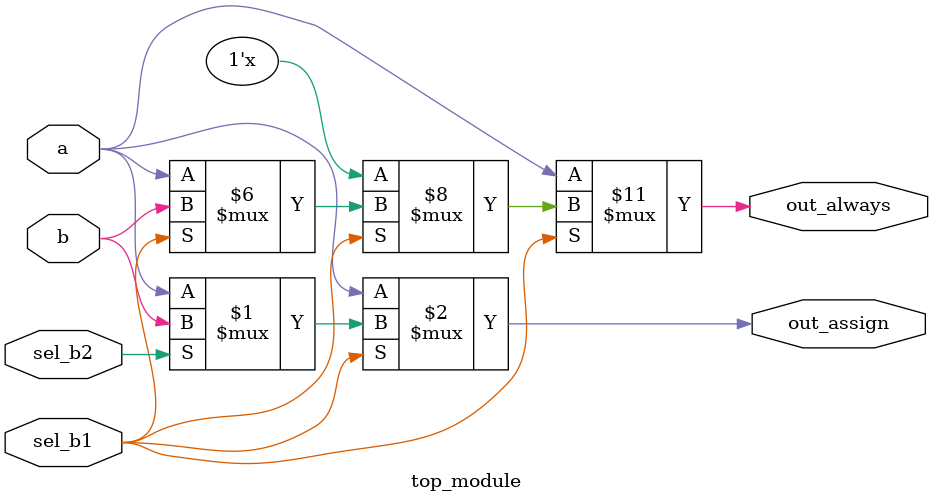
<source format=v>
module top_module(
    input a,
    input b,
    input sel_b1,
    input sel_b2,
    output wire out_assign,
    output reg out_always); 
// 请用户在下方编辑代码
assign out_assign = sel_b1? sel_b2? b: a : a;

always @(*) begin
    if(sel_b1)
        if(sel_b1)
            out_always = b;
        else 
            out_always = a;
    else 
        out_always = a;

end

//用户编辑到此为止
endmodule
</source>
